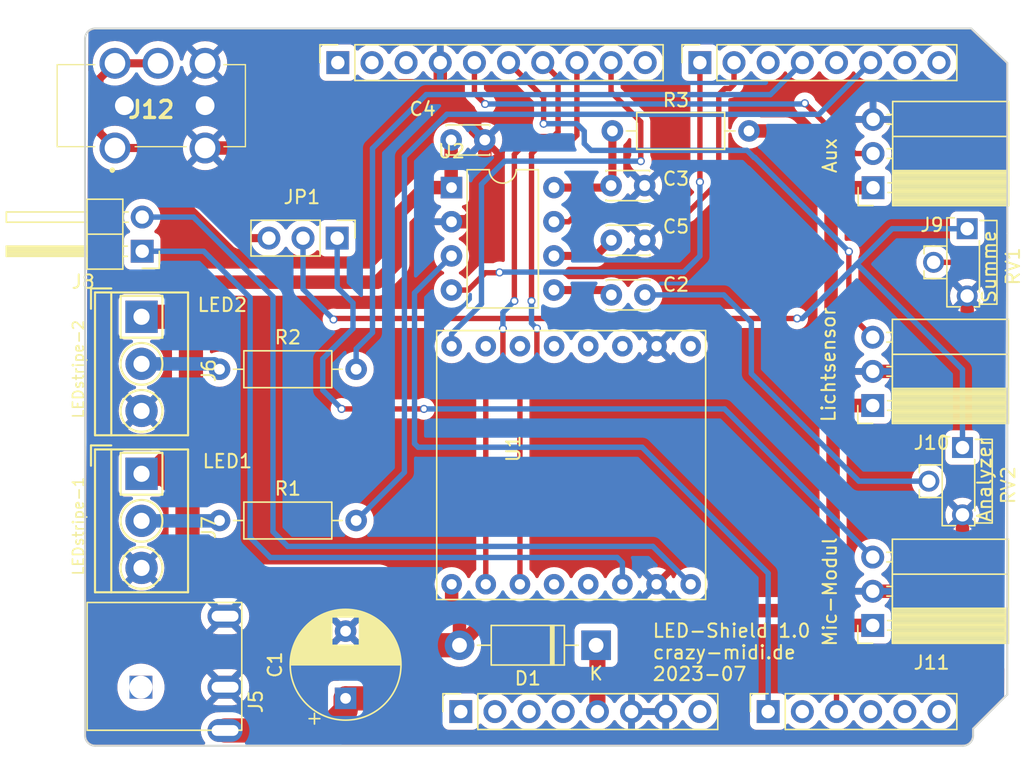
<source format=kicad_pcb>
(kicad_pcb (version 20221018) (generator pcbnew)
  (title_block (date "mar. 31 mars 2015"))
  (layers (0 "F.Cu" signal) (31 "B.Cu" signal) (34 "B.Paste" user) (35 "F.Paste" user) (36 "B.SilkS" user "B.Silkscreen") (37 "F.SilkS" user "F.Silkscreen") (38 "B.Mask" user) (39 "F.Mask" user) (44 "Edge.Cuts" user))
  (net 0 "")
  (net 1 "GND")
  (net 3 "+5V")
  (net 4 "/IOREF")
  (net 5 "/A0")
  (net 6 "/A1")
  (net 7 "/A2")
  (net 8 "/A3")
  (net 11 "/13")
  (net 12 "/12")
  (net 13 "/AREF")
  (net 14 "/8")
  (net 15 "/7")
  (net 16 "/*11")
  (net 17 "/*10")
  (net 18 "/*9")
  (net 19 "/4")
  (net 20 "/2")
  (net 21 "/*6")
  (net 22 "/*5")
  (net 23 "/TX{slash}1")
  (net 24 "/*3")
  (net 25 "/RX{slash}0")
  (net 28 "/~{RESET}")
  (net 29 "Net-(C2-Pad1)")
  (net 30 "Net-(U2-IN)")
  (net 31 "Net-(U2-CKIN)")
  (net 32 "Net-(U2-GND)")
  (net 33 "Net-(J6-Pin_2)")
  (net 34 "Net-(J7-Pin_2)")
  (net 35 "Net-(J8-Pin_1)")
  (net 36 "Net-(J8-Pin_2)")
  (net 37 "Net-(JP1-C)")
  (net 38 "Net-(J11-Pin_3)")
  (net 39 "Net-(D1-K)")
  (net 48 "Net-(J12-2_1)")
  (footprint "Connector_PinSocket_2.54mm:PinSocket_1x08_P2.54mm_Vertical" (layer "F.Cu") (at 127.94 97.46 90)
    (fp_text reference "J1" hide)
    (fp_text value "Power")
    (pad "1" thru_hole rect locked (at 0 0 90) (size 1.7 1.7) (drill 1) (layers "*.Cu" "*.Mask"))
    (pad "2" thru_hole oval locked (at 0 2.54 90) (size 1.7 1.7) (drill 1) (layers "*.Cu" "*.Mask") (net 4 "/IOREF"))
    (pad "3" thru_hole oval locked (at 0 5.08 90) (size 1.7 1.7) (drill 1) (layers "*.Cu" "*.Mask") (net 28 "/~{RESET}"))
    (pad "4" thru_hole oval locked (at 0 7.62 90) (size 1.7 1.7) (drill 1) (layers "*.Cu" "*.Mask"))
    (pad "5" thru_hole oval locked (at 0 10.16 90) (size 1.7 1.7) (drill 1) (layers "*.Cu" "*.Mask") (net 39 "Net-(D1-K)"))
    (pad "6" thru_hole oval locked (at 0 12.7 90) (size 1.7 1.7) (drill 1) (layers "*.Cu" "*.Mask") (net 1 "GND"))
    (pad "7" thru_hole oval locked (at 0 15.24 90) (size 1.7 1.7) (drill 1) (layers "*.Cu" "*.Mask") (net 1 "GND"))
    (pad "8" thru_hole oval locked (at 0 17.78 90) (size 1.7 1.7) (drill 1) (layers "*.Cu" "*.Mask"))
  )
  (footprint "Connector_PinSocket_2.54mm:PinSocket_1x06_P2.54mm_Vertical" (layer "F.Cu") (at 150.8 97.46 90)
    (fp_text reference "J3" hide)
    (fp_text value "Analog")
    (pad "1" thru_hole rect locked (at 0 0 90) (size 1.7 1.7) (drill 1) (layers "*.Cu" "*.Mask") (net 5 "/A0"))
    (pad "2" thru_hole oval locked (at 0 2.54 90) (size 1.7 1.7) (drill 1) (layers "*.Cu" "*.Mask") (net 6 "/A1"))
    (pad "3" thru_hole oval locked (at 0 5.08 90) (size 1.7 1.7) (drill 1) (layers "*.Cu" "*.Mask") (net 7 "/A2"))
    (pad "4" thru_hole oval locked (at 0 7.62 90) (size 1.7 1.7) (drill 1) (layers "*.Cu" "*.Mask") (net 8 "/A3"))
    (pad "5" thru_hole oval locked (at 0 10.16 90) (size 1.7 1.7) (drill 1) (layers "*.Cu" "*.Mask"))
    (pad "6" thru_hole oval locked (at 0 12.7 90) (size 1.7 1.7) (drill 1) (layers "*.Cu" "*.Mask"))
  )
  (footprint "Connector_PinSocket_2.54mm:PinSocket_1x10_P2.54mm_Vertical" (layer "F.Cu") (at 118.796 49.2 90)
    (fp_text reference "J2" hide)
    (fp_text value "Digital/PWM")
    (pad "1" thru_hole rect locked (at 0 0 90) (size 1.7 1.7) (drill 1) (layers "*.Cu" "*.Mask"))
    (pad "2" thru_hole oval locked (at 0 2.54 90) (size 1.7 1.7) (drill 1) (layers "*.Cu" "*.Mask"))
    (pad "3" thru_hole oval locked (at 0 5.08 90) (size 1.7 1.7) (drill 1) (layers "*.Cu" "*.Mask") (net 13 "/AREF"))
    (pad "4" thru_hole oval locked (at 0 7.62 90) (size 1.7 1.7) (drill 1) (layers "*.Cu" "*.Mask") (net 1 "GND"))
    (pad "5" thru_hole oval locked (at 0 10.16 90) (size 1.7 1.7) (drill 1) (layers "*.Cu" "*.Mask") (net 11 "/13"))
    (pad "6" thru_hole oval locked (at 0 12.7 90) (size 1.7 1.7) (drill 1) (layers "*.Cu" "*.Mask") (net 12 "/12"))
    (pad "7" thru_hole oval locked (at 0 15.24 90) (size 1.7 1.7) (drill 1) (layers "*.Cu" "*.Mask") (net 16 "/*11"))
    (pad "8" thru_hole oval locked (at 0 17.78 90) (size 1.7 1.7) (drill 1) (layers "*.Cu" "*.Mask") (net 17 "/*10"))
    (pad "9" thru_hole oval locked (at 0 20.32 90) (size 1.7 1.7) (drill 1) (layers "*.Cu" "*.Mask") (net 18 "/*9"))
    (pad "10" thru_hole oval locked (at 0 22.86 90) (size 1.7 1.7) (drill 1) (layers "*.Cu" "*.Mask") (net 14 "/8"))
  )
  (footprint "Connector_PinSocket_2.54mm:PinSocket_1x08_P2.54mm_Vertical" (layer "F.Cu") (at 145.72 49.2 90)
    (fp_text reference "J4" hide)
    (fp_text value "Digital/PWM")
    (pad "1" thru_hole rect locked (at 0 0 90) (size 1.7 1.7) (drill 1) (layers "*.Cu" "*.Mask") (net 15 "/7"))
    (pad "2" thru_hole oval locked (at 0 2.54 90) (size 1.7 1.7) (drill 1) (layers "*.Cu" "*.Mask") (net 21 "/*6"))
    (pad "3" thru_hole oval locked (at 0 5.08 90) (size 1.7 1.7) (drill 1) (layers "*.Cu" "*.Mask") (net 22 "/*5"))
    (pad "4" thru_hole oval locked (at 0 7.62 90) (size 1.7 1.7) (drill 1) (layers "*.Cu" "*.Mask") (net 19 "/4"))
    (pad "5" thru_hole oval locked (at 0 10.16 90) (size 1.7 1.7) (drill 1) (layers "*.Cu" "*.Mask") (net 24 "/*3"))
    (pad "6" thru_hole oval locked (at 0 12.7 90) (size 1.7 1.7) (drill 1) (layers "*.Cu" "*.Mask") (net 20 "/2"))
    (pad "7" thru_hole oval locked (at 0 15.24 90) (size 1.7 1.7) (drill 1) (layers "*.Cu" "*.Mask") (net 23 "/TX{slash}1"))
    (pad "8" thru_hole oval locked (at 0 17.78 90) (size 1.7 1.7) (drill 1) (layers "*.Cu" "*.Mask") (net 25 "/RX{slash}0"))
  )
  (footprint "Resistor_THT:R_Axial_DIN0207_L6.3mm_D2.5mm_P10.16mm_Horizontal" (layer "F.Cu") (at 110 83.25)
    (fp_text reference "R1" (at 5.08 -2.37) (layer "F.SilkS"))
    (fp_text value "390R")
    (pad "1" thru_hole circle (at 0 0) (size 1.6 1.6) (drill 0.8) (layers "*.Cu" "*.Mask") (net 34 "Net-(J7-Pin_2)"))
    (pad "2" thru_hole oval (at 10.16 0) (size 1.6 1.6) (drill 0.8) (layers "*.Cu" "*.Mask") (net 20 "/2"))
  )
  (footprint "Potentiometer_THT:Potentiometer_Runtron_RM-063_Horizontal" (layer "F.Cu") (at 165.25 77.825 -90)
    (fp_text reference "RV2" (at 2.8 -3.4 90) (layer "F.SilkS"))
    (fp_text value "10k")
    (pad "1" thru_hole rect (at 0 0 270) (size 1.55 1.55) (drill 1) (layers "*.Cu" "*.Mask") (net 37 "Net-(JP1-C)"))
    (pad "2" thru_hole circle (at 2.5 2.5 270) (size 1.55 1.55) (drill 1) (layers "*.Cu" "*.Mask") (net 29 "Net-(C2-Pad1)"))
    (pad "3" thru_hole circle (at 5 0 270) (size 1.55 1.55) (drill 1) (layers "*.Cu" "*.Mask") (net 1 "GND"))
  )
  (footprint "PCB_Terminal_Block_P3.5:PCB_Terminal_Block_3-P3.5" (layer "F.Cu") (at 104.2 79.775 -90)
    (fp_text reference "J7" (at 4 -5 90) (layer "F.SilkS"))
    (fp_text value "LEDstripe-1" (at 3.9 4.7 90) (layer "F.SilkS") (effects (font (size 0.8 0.8) (thickness 0.12))))
    (pad "1" thru_hole rect (at 0 0 270) (size 2.4 2.4) (drill 1.2) (layers "*.Cu" "*.Mask") (net 3 "+5V"))
    (pad "2" thru_hole circle (at 3.5 0 270) (size 2.4 2.4) (drill 1.2) (layers "*.Cu" "*.Mask") (net 34 "Net-(J7-Pin_2)"))
    (pad "3" thru_hole circle (at 7 0 270) (size 2.4 2.4) (drill 1.2) (layers "*.Cu" "*.Mask") (net 1 "GND"))
  )
  (footprint "Connector_PinSocket_2.54mm:PinSocket_1x03_P2.54mm_Horizontal" (layer "F.Cu") (at 158.575 74.7 180)
    (fp_text reference "J10" (at -4.38 -2.77) (layer "F.SilkS"))
    (fp_text value "Licht-Sensor")
    (pad "1" thru_hole rect (at 0 0 180) (size 1.7 1.7) (drill 1) (layers "*.Cu" "*.Mask") (net 3 "+5V"))
    (pad "2" thru_hole oval (at 0 2.54 180) (size 1.7 1.7) (drill 1) (layers "*.Cu" "*.Mask") (net 1 "GND"))
    (pad "3" thru_hole oval (at 0 5.08 180) (size 1.7 1.7) (drill 1) (layers "*.Cu" "*.Mask") (net 12 "/12"))
  )
  (footprint "Connector_PinSocket_2.54mm:PinSocket_1x03_P2.54mm_Horizontal" (layer "F.Cu") (at 158.575 91.05 180)
    (fp_text reference "J11" (at -4.38 -2.77) (layer "F.SilkS"))
    (fp_text value "Mic-Modul")
    (pad "1" thru_hole rect (at 0 0 180) (size 1.7 1.7) (drill 1) (layers "*.Cu" "*.Mask") (net 3 "+5V"))
    (pad "2" thru_hole oval (at 0 2.54 180) (size 1.7 1.7) (drill 1) (layers "*.Cu" "*.Mask") (net 1 "GND"))
    (pad "3" thru_hole oval (at 0 5.08 180) (size 1.7 1.7) (drill 1) (layers "*.Cu" "*.Mask") (net 38 "Net-(J11-Pin_3)"))
  )
  (footprint "Resistor_THT:R_Axial_DIN0207_L6.3mm_D2.5mm_P10.16mm_Horizontal" (layer "F.Cu") (at 110 72)
    (fp_text reference "R2" (at 5.08 -2.37) (layer "F.SilkS"))
    (fp_text value "390R")
    (pad "1" thru_hole circle (at 0 0) (size 1.6 1.6) (drill 0.8) (layers "*.Cu" "*.Mask") (net 33 "Net-(J6-Pin_2)"))
    (pad "2" thru_hole oval (at 10.16 0) (size 1.6 1.6) (drill 0.8) (layers "*.Cu" "*.Mask") (net 19 "/4"))
  )
  (footprint "Resistor_THT:R_Axial_DIN0207_L6.3mm_D2.5mm_P10.16mm_Horizontal" (layer "F.Cu") (at 139.215 54.28)
    (fp_text reference "R3" (at 4.727 -2.286) (layer "F.SilkS"))
    (fp_text value "200k")
    (pad "1" thru_hole circle (at 0 0) (size 1.6 1.6) (drill 0.8) (layers "*.Cu" "*.Mask") (net 31 "Net-(U2-CKIN)"))
    (pad "2" thru_hole oval (at 10.16 0) (size 1.6 1.6) (drill 0.8) (layers "*.Cu" "*.Mask") (net 3 "+5V"))
  )
  (footprint "MeineModule:DFR0299" (layer "F.Cu") (at 136.15 79.125 90)
    (fp_text reference "U1" (at 1.2192 -4.2954 90 unlocked) (layer "F.SilkS"))
    (fp_text value "DFPLAYER_MINI")
    (pad "1" thru_hole circle (at -8.8646 -8.89 90) (size 1.524 1.524) (drill 0.762) (layers "*.Cu" "*.Mask") (net 3 "+5V"))
    (pad "2" thru_hole circle (at -8.8646 -6.35 90) (size 1.524 1.524) (drill 0.762) (layers "*.Cu" "*.Mask") (net 16 "/*11"))
    (pad "3" thru_hole circle (at -8.8646 -3.81 90) (size 1.524 1.524) (drill 0.762) (layers "*.Cu" "*.Mask") (net 17 "/*10"))
    (pad "4" thru_hole circle (at -8.8646 -1.27 90) (size 1.524 1.524) (drill 0.762) (layers "*.Cu" "*.Mask"))
    (pad "5" thru_hole circle (at -8.8646 1.27 90) (size 1.524 1.524) (drill 0.762) (layers "*.Cu" "*.Mask"))
    (pad "6" thru_hole circle (at -8.8646 3.81 90) (size 1.524 1.524) (drill 0.762) (layers "*.Cu" "*.Mask") (net 35 "Net-(J8-Pin_1)"))
    (pad "7" thru_hole circle (at -8.8646 6.35 90) (size 1.524 1.524) (drill 0.762) (layers "*.Cu" "*.Mask") (net 1 "GND"))
    (pad "8" thru_hole circle (at -8.8646 8.89 90) (size 1.524 1.524) (drill 0.762) (layers "*.Cu" "*.Mask") (net 36 "Net-(J8-Pin_2)"))
    (pad "9" thru_hole circle (at 8.8392 8.89 90) (size 1.524 1.524) (drill 0.762) (layers "*.Cu" "*.Mask"))
    (pad "10" thru_hole circle (at 8.8392 6.35 90) (size 1.524 1.524) (drill 0.762) (layers "*.Cu" "*.Mask") (net 1 "GND"))
    (pad "11" thru_hole circle (at 8.8392 3.81 90) (size 1.524 1.524) (drill 0.762) (layers "*.Cu" "*.Mask"))
    (pad "12" thru_hole circle (at 8.8392 1.27 90) (size 1.524 1.524) (drill 0.762) (layers "*.Cu" "*.Mask"))
    (pad "13" thru_hole circle (at 8.8392 -1.27 90) (size 1.524 1.524) (drill 0.762) (layers "*.Cu" "*.Mask"))
    (pad "14" thru_hole circle (at 8.8392 -3.81 90) (size 1.524 1.524) (drill 0.762) (layers "*.Cu" "*.Mask"))
    (pad "15" thru_hole circle (at 8.8392 -6.35 90) (size 1.524 1.524) (drill 0.762) (layers "*.Cu" "*.Mask"))
    (pad "16" thru_hole circle (at 8.8392 -8.89 90) (size 1.524 1.524) (drill 0.762) (layers "*.Cu" "*.Mask") (net 18 "/*9"))
  )
  (footprint "PJ-313-2:PJ313" (layer "F.Cu") (at 104.925 52.7)
    (fp_text reference "J12" (at 0 0) (layer "F.SilkS") (effects (font (size 1.27 1.27) (thickness 0.254))))
    (fp_text value "Audio-In" hide)
    (pad "" np_thru_hole circle (at -2 -0.301) (size 1.4 1.4) (drill 1.4) (layers "*.Cu" "*.Mask"))
    (pad "" np_thru_hole circle (at 4 -0.301) (size 1.4 1.4) (drill 1.4) (layers "*.Cu" "*.Mask"))
    (pad "1" thru_hole circle (at -2.7 2.849) (size 2.295 2.295) (drill 1.53) (layers "*.Cu" "*.Mask") (net 48 "Net-(J12-2_1)"))
    (pad "2" thru_hole circle (at -2.7 -3.451) (size 2.295 2.295) (drill 1.53) (layers "*.Cu" "*.Mask") (net 48 "Net-(J12-2_1)"))
    (pad "3" thru_hole circle (at 0.5 -3.451) (size 2.295 2.295) (drill 1.53) (layers "*.Cu" "*.Mask") (net 48 "Net-(J12-2_1)"))
    (pad "4" thru_hole circle (at 4 -3.451) (size 2.295 2.295) (drill 1.53) (layers "*.Cu" "*.Mask") (net 1 "GND"))
    (pad "5" thru_hole circle (at 4 2.849) (size 2.295 2.295) (drill 1.53) (layers "*.Cu" "*.Mask") (net 1 "GND"))
  )
  (footprint "Connector_PinHeader_2.54mm:PinHeader_1x02_P2.54mm_Horizontal" (layer "F.Cu") (at 104.25 63.225 180)
    (fp_text reference "J8" (at 4.385 -2.27) (layer "F.SilkS"))
    (fp_text value "Speaker")
    (pad "1" thru_hole rect (at 0 0 180) (size 1.7 1.7) (drill 1) (layers "*.Cu" "*.Mask") (net 35 "Net-(J8-Pin_1)"))
    (pad "2" thru_hole oval (at 0 2.54 180) (size 1.7 1.7) (drill 1) (layers "*.Cu" "*.Mask") (net 36 "Net-(J8-Pin_2)"))
  )
  (footprint "Capacitor_THT:C_Disc_D3.0mm_W2.0mm_P2.50mm" (layer "F.Cu") (at 129.725 54.95 180)
    (fp_text reference "C4" (at 4.625 2.3) (layer "F.SilkS"))
    (fp_text value "100n")
    (pad "1" thru_hole circle (at 0 0 180) (size 1.6 1.6) (drill 0.8) (layers "*.Cu" "*.Mask") (net 1 "GND"))
    (pad "2" thru_hole circle (at 2.5 0 180) (size 1.6 1.6) (drill 0.8) (layers "*.Cu" "*.Mask") (net 3 "+5V"))
  )
  (footprint "Capacitor_THT:C_Disc_D3.0mm_W2.0mm_P2.50mm" (layer "F.Cu") (at 139.116 58.344)
    (fp_text reference "C3" (at 4.826 -0.508) (layer "F.SilkS"))
    (fp_text value "33p")
    (pad "1" thru_hole circle (at 0 0) (size 1.6 1.6) (drill 0.8) (layers "*.Cu" "*.Mask") (net 31 "Net-(U2-CKIN)"))
    (pad "2" thru_hole circle (at 2.5 0) (size 1.6 1.6) (drill 0.8) (layers "*.Cu" "*.Mask") (net 1 "GND"))
  )
  (footprint "Capacitor_THT:CP_Radial_D8.0mm_P5.00mm" (layer "F.Cu") (at 119.375 96.475 90)
    (fp_text reference "C1" (at 2.5 -5.25 90) (layer "F.SilkS"))
    (fp_text value "1000µF")
    (pad "1" thru_hole rect (at 0 0 90) (size 1.6 1.6) (drill 0.8) (layers "*.Cu" "*.Mask") (net 3 "+5V"))
    (pad "2" thru_hole circle (at 5 0 90) (size 1.6 1.6) (drill 0.8) (layers "*.Cu" "*.Mask") (net 1 "GND"))
  )
  (footprint "Potentiometer_THT:Potentiometer_Runtron_RM-063_Horizontal" (layer "F.Cu") (at 165.6 61.55 -90)
    (fp_text reference "RV1" (at 2.8 -3.4 90) (layer "F.SilkS"))
    (fp_text value "10k")
    (pad "1" thru_hole rect (at 0 0 270) (size 1.55 1.55) (drill 1) (layers "*.Cu" "*.Mask") (net 37 "Net-(JP1-C)"))
    (pad "2" thru_hole circle (at 2.5 2.5 270) (size 1.55 1.55) (drill 1) (layers "*.Cu" "*.Mask") (net 7 "/A2"))
    (pad "3" thru_hole circle (at 5 0 270) (size 1.55 1.55) (drill 1) (layers "*.Cu" "*.Mask") (net 1 "GND"))
  )
  (footprint "Diode_THT:D_DO-41_SOD81_P10.16mm_Horizontal" (layer "F.Cu") (at 138.005 92.525 180)
    (fp_text reference "D1" (at 5.08 -2.47) (layer "F.SilkS"))
    (fp_text value "1N5817")
    (fp_text user "K" (at 0 -2.1) (layer "F.SilkS"))
    (pad "1" thru_hole rect (at 0 0 180) (size 2.2 2.2) (drill 1.1) (layers "*.Cu" "*.Mask") (net 39 "Net-(D1-K)"))
    (pad "2" thru_hole oval (at 10.16 0 180) (size 2.2 2.2) (drill 1.1) (layers "*.Cu" "*.Mask") (net 3 "+5V"))
  )
  (footprint "Capacitor_THT:C_Disc_D3.0mm_W2.0mm_P2.50mm" (layer "F.Cu") (at 141.636 66.472 180)
    (fp_text reference "C2" (at -2.306 0.762) (layer "F.SilkS"))
    (fp_text value "10n")
    (pad "1" thru_hole circle (at 0 0 180) (size 1.6 1.6) (drill 0.8) (layers "*.Cu" "*.Mask") (net 29 "Net-(C2-Pad1)"))
    (pad "2" thru_hole circle (at 2.5 0 180) (size 1.6 1.6) (drill 0.8) (layers "*.Cu" "*.Mask") (net 30 "Net-(U2-IN)"))
  )
  (footprint "Package_DIP:DIP-8_W7.62mm" (layer "F.Cu") (at 127.25 58.492)
    (fp_text reference "U2" (at 0 -2.7) (layer "F.SilkS"))
    (fp_text value "MSGEQ7")
    (pad "1" thru_hole rect (at 0 0) (size 1.6 1.6) (drill 0.8) (layers "*.Cu" "*.Mask") (net 3 "+5V"))
    (pad "2" thru_hole oval (at 0 2.54) (size 1.6 1.6) (drill 0.8) (layers "*.Cu" "*.Mask") (net 1 "GND"))
    (pad "3" thru_hole oval (at 0 5.08) (size 1.6 1.6) (drill 0.8) (layers "*.Cu" "*.Mask") (net 5 "/A0"))
    (pad "4" thru_hole oval (at 0 7.62) (size 1.6 1.6) (drill 0.8) (layers "*.Cu" "*.Mask") (net 15 "/7"))
    (pad "5" thru_hole oval (at 7.62 7.62) (size 1.6 1.6) (drill 0.8) (layers "*.Cu" "*.Mask") (net 30 "Net-(U2-IN)"))
    (pad "6" thru_hole oval (at 7.62 5.08) (size 1.6 1.6) (drill 0.8) (layers "*.Cu" "*.Mask") (net 32 "Net-(U2-GND)"))
    (pad "7" thru_hole oval (at 7.62 2.54) (size 1.6 1.6) (drill 0.8) (layers "*.Cu" "*.Mask") (net 21 "/*6"))
    (pad "8" thru_hole oval (at 7.62 0) (size 1.6 1.6) (drill 0.8) (layers "*.Cu" "*.Mask") (net 31 "Net-(U2-CKIN)"))
  )
  (footprint "MeineModule:DC-Buchse" (layer "F.Cu") (at 111.655 98.8468 90)
    (fp_text reference "J5" (at 2.1336 1.0414 90 unlocked) (layer "F.SilkS"))
    (fp_text value "5VPower")
    (pad "" np_thru_hole rect (at 3.2 -7.5 90) (size 1.7 1.7) (drill 2.5) (layers "F&B.Cu" "*.Mask"))
    (pad "1" thru_hole oval (at -0.0164 -1.2446 180) (size 2.6 1.7) (drill oval 2 0.8) (layers "*.Cu" "*.Mask") (net 3 "+5V"))
    (pad "2" thru_hole oval (at 8.4836 -1.2446 180) (size 2.6 1.7) (drill oval 2 0.8) (layers "*.Cu" "*.Mask") (net 1 "GND"))
    (pad "3" thru_hole oval (at 3.2 -1.2446 180) (size 2.6 1.7) (drill oval 2 0.8) (layers "*.Cu" "*.Mask") (net 1 "GND"))
  )
  (footprint "PCB_Terminal_Block_P3.5:PCB_Terminal_Block_3-P3.5" (layer "F.Cu") (at 104.2 68.1 -90)
    (fp_text reference "J6" (at 4 -5 90) (layer "F.SilkS"))
    (fp_text value "LEDstripe-2" (at 3.9 4.7 90) (layer "F.SilkS") (effects (font (size 0.8 0.8) (thickness 0.12))))
    (pad "1" thru_hole rect (at 0 0 270) (size 2.4 2.4) (drill 1.2) (layers "*.Cu" "*.Mask") (net 3 "+5V"))
    (pad "2" thru_hole circle (at 3.5 0 270) (size 2.4 2.4) (drill 1.2) (layers "*.Cu" "*.Mask") (net 33 "Net-(J6-Pin_2)"))
    (pad "3" thru_hole circle (at 7 0 270) (size 2.4 2.4) (drill 1.2) (layers "*.Cu" "*.Mask") (net 1 "GND"))
  )
  (footprint "Connector_PinHeader_2.54mm:PinHeader_1x03_P2.54mm_Vertical" (layer "F.Cu") (at 118.75 62.25 -90)
    (fp_text reference "JP1" (at -3.05 2.625) (layer "F.SilkS"))
    (fp_text value "Source")
    (pad "1" thru_hole rect (at 0 0 270) (size 1.7 1.7) (drill 1) (layers "*.Cu" "*.Mask") (net 38 "Net-(J11-Pin_3)"))
    (pad "2" thru_hole oval (at 0 2.54 270) (size 1.7 1.7) (drill 1) (layers "*.Cu" "*.Mask") (net 37 "Net-(JP1-C)"))
    (pad "3" thru_hole oval (at 0 5.08 270) (size 1.7 1.7) (drill 1) (layers "*.Cu" "*.Mask") (net 48 "Net-(J12-2_1)"))
  )
  (footprint "Connector_PinSocket_2.54mm:PinSocket_1x03_P2.54mm_Horizontal" (layer "F.Cu") (at 158.6 58.5 180)
    (fp_text reference "J9" (at -4.38 -2.77) (layer "F.SilkS"))
    (fp_text value "AUX")
    (pad "1" thru_hole rect (at 0 0 180) (size 1.7 1.7) (drill 1) (layers "*.Cu" "*.Mask") (net 3 "+5V"))
    (pad "2" thru_hole oval (at 0 2.54 180) (size 1.7 1.7) (drill 1) (layers "*.Cu" "*.Mask") (net 11 "/13"))
    (pad "3" thru_hole oval (at 0 5.08 180) (size 1.7 1.7) (drill 1) (layers "*.Cu" "*.Mask") (net 1 "GND"))
  )
  (footprint "Capacitor_THT:C_Disc_D3.0mm_W2.0mm_P2.50mm" (layer "F.Cu") (at 139.136 62.408)
    (fp_text reference "C5" (at 4.806 -1.016) (layer "F.SilkS"))
    (fp_text value "100n")
    (pad "1" thru_hole circle (at 0 0) (size 1.6 1.6) (drill 0.8) (layers "*.Cu" "*.Mask") (net 32 "Net-(U2-GND)"))
    (pad "2" thru_hole circle (at 2.5 0) (size 1.6 1.6) (drill 0.8) (layers "*.Cu" "*.Mask") (net 1 "GND"))
  )
  (gr_line (start 100 99.238) (end 100 47.422) (stroke (width 0.15)) (layer "Edge.Cuts"))
  (gr_line (start 165.9 46.66) (end 168.58 49.225) (stroke (width 0.15)) (layer "Edge.Cuts"))
  (gr_line (start 168.58 61.9) (end 168.58 96.19) (stroke (width 0.15)) (layer "Edge.Cuts"))
  (gr_line (start 165.278 100) (end 100.762 100) (stroke (width 0.15)) (layer "Edge.Cuts"))
  (gr_line (start 100.762 46.66) (end 163.5 46.66) (stroke (width 0.15)) (layer "Edge.Cuts"))
  (gr_arc (start 100.762 100) (mid 100.223185 99.776815) (end 100 99.238) (stroke (width 0.15)) (layer "Edge.Cuts"))
  (gr_line (start 168.58 96.19) (end 166.04 98.73) (stroke (width 0.15)) (layer "Edge.Cuts"))
  (gr_line (start 168.58 61.9) (end 168.58 49.225) (stroke (width 0.15)) (layer "Edge.Cuts"))
  (gr_arc (start 166.04 99.238) (mid 165.816815 99.776815) (end 165.278 100) (stroke (width 0.15)) (layer "Edge.Cuts"))
  (gr_line (start 166.04 98.73) (end 166.04 99.238) (stroke (width 0.15)) (layer "Edge.Cuts"))
  (gr_arc (start 100 47.422) (mid 100.223185 46.883185) (end 100.762 46.66) (stroke (width 0.15)) (layer "Edge.Cuts"))
  (gr_line (start 165.9 46.66) (end 163.5 46.66) (stroke (width 0.15)) (layer "Edge.Cuts"))
  (gr_text "Mic-Modul\n" (at 155.975 92.7 90) (layer "F.SilkS") (effects (font (size 1 1)) (justify left bottom)))
  (gr_text "Aux" (at 155.975 57.5 90) (layer "F.SilkS") (effects (font (size 1 1)) (justify left bottom)))
  (gr_text "Analyzer\n" (at 167.46 83.435 90) (layer "F.SilkS") (effects (font (size 1 1)) (justify left bottom)))
  (gr_text "Summe" (at 167.81 67.16 90) (layer "F.SilkS") (effects (font (size 1 1)) (justify left bottom)))
  (gr_text "LED1" (at 108.65 79.425) (layer "F.SilkS") (effects (font (size 1 1)) (justify left bottom)))
  (gr_text "LED2" (at 108.275 67.8) (layer "F.SilkS") (effects (font (size 1 1)) (justify left bottom)))
  (gr_text "LED-Shield 1.0\ncrazy-midi.de\n2023-07" (at 142.125 95.25) (layer "F.SilkS") (effects (font (size 1 1)) (justify left bottom)))
  (gr_text "Lichtsensor\n" (at 155.875 76.025 90) (layer "F.SilkS") (effects (font (size 1 1)) (justify left bottom)))
  (segment (start 164.81 72.16) (end 158.575 72.16) (width 1) (layer "F.Cu") (net 1))
  (segment (start 129.725 54.95) (end 128.975 54.2) (width 1) (layer "F.Cu") (net 1))
  (segment (start 165.25 88) (end 164.7 88.55) (width 1) (layer "F.Cu") (net 1))
  (segment (start 129.725 59.725) (end 129.725 54.95) (width 1) (layer "F.Cu") (net 1))
  (segment (start 122.759 50.916) (end 118.126 55.549) (width 1) (layer "F.Cu") (net 1))
  (segment (start 164.66 88.51) (end 158.575 88.51) (width 1) (layer "F.Cu") (net 1))
  (segment (start 118.126 55.549) (end 108.925 55.549) (width 1) (layer "F.Cu") (net 1))
  (segment (start 165.25 82.825) (end 165.25 88) (width 1) (layer "F.Cu") (net 1))
  (segment (start 165.6 71.4) (end 164.825 72.175) (width 1) (layer "F.Cu") (net 1))
  (segment (start 128.418 61.032) (end 129.725 59.725) (width 1) (layer "F.Cu") (net 1))
  (segment (start 165.6 66.55) (end 165.6 71.4) (width 1) (layer "F.Cu") (net 1))
  (segment (start 126.416 50.916) (end 126.416 49.2) (width 1) (layer "F.Cu") (net 1))
  (segment (start 164.7 88.55) (end 164.66 88.51) (width 1) (layer "F.Cu") (net 1))
  (segment (start 164.825 72.175) (end 164.81 72.16) (width 1) (layer "F.Cu") (net 1))
  (segment (start 127.25 61.032) (end 128.418 61.032) (width 1) (layer "F.Cu") (net 1))
  (segment (start 128.975 54.2) (end 128.975 53.475) (width 1) (layer "F.Cu") (net 1))
  (segment (start 128.975 53.475) (end 126.416 50.916) (width 1) (layer "F.Cu") (net 1))
  (segment (start 126.416 50.916) (end 122.759 50.916) (width 1) (layer "F.Cu") (net 1))
  (segment (start 124.175 93.85) (end 124.325 94) (width 1.5) (layer "F.Cu") (net 3))
  (segment (start 107.62 81.458) (end 107.62 85.875) (width 1.8) (layer "F.Cu") (net 3))
  (segment (start 119.375 96.475) (end 119.375 97.375) (width 1.8) (layer "F.Cu") (net 3))
  (segment (start 156.225 91.05) (end 158.575 91.05) (width 1) (layer "F.Cu") (net 3))
  (segment (start 155.475 73.175) (end 155.475 70.5) (width 1) (layer "F.Cu") (net 3))
  (segment (start 108.975 87.925) (end 121.8 87.925) (width 1.8) (layer "F.Cu") (net 3))
  (segment (start 121.8 87.925) (end 124.175 90.3) (width 1.8) (layer "F.Cu") (net 3))
  (segment (start 127.225 58.467) (end 127.25 58.492) (width 1) (layer "F.Cu") (net 3))
  (segment (start 152.07 54.28) (end 156.29 58.5) (width 1) (layer "F.Cu") (net 3))
  (segment (start 107.62 85.875) (end 107.62 86.65) (width 1.8) (layer "F.Cu") (net 3))
  (segment (start 124.175 90.3) (end 124.175 93.85) (width 1.8) (layer "F.Cu") (net 3))
  (segment (start 125.8 92.525) (end 124.325 94) (width 1.8) (layer "F.Cu") (net 3))
  (segment (start 124.325 94) (end 121.85 96.475) (width 1.8) (layer "F.Cu") (net 3))
  (segment (start 105.239 79.775) (end 107.874 77.14) (width 1.8) (layer "F.Cu") (net 3))
  (segment (start 106.75 68.1) (end 104.2 68.1) (width 1.8) (layer "F.Cu") (net 3))
  (segment (start 121.7495 65.5145) (end 123.114 64.15) (width 1) (layer "F.Cu") (net 3))
  (segment (start 107.62 85.875) (end 107.62 86.57) (width 1.8) (layer "F.Cu") (net 3))
  (segment (start 156.85 74.7) (end 155.625 75.925) (width 1) (layer "F.Cu") (net 3))
  (segment (start 117.8868 98.8632) (end 110.4104 98.8632) (width 1.8) (layer "F.Cu") (net 3))
  (segment (start 127.845 92.525) (end 125.8 92.525) (width 1.8) (layer "F.Cu") (net 3))
  (segment (start 155.625 82.975) (end 155.625 89.95) (width 1) (layer "F.Cu") (net 3))
  (segment (start 156.29 58.5) (end 158.6 58.5) (width 1) (layer "F.Cu") (net 3))
  (segment (start 104.2 79.775) (end 105.239 79.775) (width 1.8) (layer "F.Cu") (net 3))
  (segment (start 155.625 89.95) (end 155.625 90.45) (width 1) (layer "F.Cu") (net 3))
  (segment (start 107.874 69.124) (end 106.8 68.05) (width 1.8) (layer "F.Cu") (net 3))
  (segment (start 127.845 90.47) (end 127.26 89.885) (width 1) (layer "F.Cu") (net 3))
  (segment (start 108.125 65.525) (end 106.8 66.85) (width 1) (layer "F.Cu") (net 3))
  (segment (start 127.225 54.95) (end 127.225 58.467) (width 1) (layer "F.Cu") (net 3))
  (segment (start 127.26 89.885) (end 127.26 87.9896) (width 1) (layer "F.Cu") (net 3))
  (segment (start 105.937 79.775) (end 107.62 81.458) (width 1.8) (layer "F.Cu") (net 3))
  (segment (start 157 74.7) (end 155.475 73.175) (width 1) (layer "F.Cu") (net 3))
  (segment (start 125.252 58.492) (end 123.114 60.63) (width 1) (layer "F.Cu") (net 3))
  (segment (start 158.575 74.7) (end 157 74.7) (width 1) (layer "F.Cu") (net 3))
  (segment (start 121.7495 65.525) (end 108.125 65.525) (width 1) (layer "F.Cu") (net 3))
  (segment (start 149.375 54.28) (end 152.07 54.28) (width 1) (layer "F.Cu") (net 3))
  (segment (start 107.62 86.57) (end 108.975 87.925) (width 1.8) (layer "F.Cu") (net 3))
  (segment (start 106.8 68.05) (end 106.75 68.1) (width 1.8) (layer "F.Cu") (net 3))
  (segment (start 104.2 79.775) (end 105.937 79.775) (width 1.8) (layer "F.Cu") (net 3))
  (segment (start 121.7495 65.525) (end 121.7495 65.5145) (width 1) (layer "F.Cu") (net 3))
  (segment (start 106.8 66.85) (end 106.8 68.05) (width 1.2) (layer "F.Cu") (net 3))
  (segment (start 155.625 90.45) (end 156.225 91.05) (width 1) (layer "F.Cu") (net 3))
  (segment (start 158.575 74.7) (end 156.85 74.7) (width 1) (layer "F.Cu") (net 3))
  (segment (start 123.114 60.63) (end 123.114 64.15) (width 1) (layer "F.Cu") (net 3))
  (segment (start 130.42 89.95) (end 155.625 89.95) (width 1) (layer "F.Cu") (net 3))
  (segment (start 155.475 59.315) (end 156.29 58.5) (width 1) (layer "F.Cu") (net 3))
  (segment (start 155.475 70.5) (end 155.475 59.315) (width 1) (layer "F.Cu") (net 3))
  (segment (start 127.845 92.525) (end 130.42 89.95) (width 1) (layer "F.Cu") (net 3))
  (segment (start 127.25 58.492) (end 125.252 58.492) (width 1) (layer "F.Cu") (net 3))
  (segment (start 119.375 97.375) (end 117.8868 98.8632) (width 1.8) (layer "F.Cu") (net 3))
  (segment (start 127.845 92.525) (end 127.845 90.47) (width 1) (layer "F.Cu") (net 3))
  (segment (start 155.625 75.925) (end 155.625 82.975) (width 1) (layer "F.Cu") (net 3))
  (segment (start 121.85 96.475) (end 119.375 96.475) (width 1.8) (layer "F.Cu") (net 3))
  (segment (start 107.874 77.14) (end 107.874 69.124) (width 1.8) (layer "F.Cu") (net 3))
  (segment (start 127.25 63.572) (end 124.5 66.322) (width 0.4) (layer "B.Cu") (net 5))
  (segment (start 124.5 66.322) (end 124.5 77.525) (width 0.4) (layer "B.Cu") (net 5))
  (segment (start 124.775 77.8) (end 141.425 77.8) (width 0.4) (layer "B.Cu") (net 5))
  (segment (start 141.425 77.8) (end 150.8 87.175) (width 0.4) (layer "B.Cu") (net 5))
  (segment (start 150.8 87.175) (end 150.8 97.46) (width 0.4) (layer "B.Cu") (net 5))
  (segment (start 124.5 77.525) (end 124.775 77.8) (width 0.4) (layer "B.Cu") (net 5))
  (segment (start 166.925 94.4) (end 167.675 93.65) (width 0.4) (layer "F.Cu") (net 7))
  (segment (start 167.675 93.65) (end 167.675 65.225) (width 0.4) (layer "F.Cu") (net 7))
  (segment (start 155.88 97.46) (end 155.88 95.895) (width 0.4) (layer "F.Cu") (net 7))
  (segment (start 155.88 95.895) (end 157.375 94.4) (width 0.4) (layer "F.Cu") (net 7))
  (segment (start 167.675 65.225) (end 166.5 64.05) (width 0.4) (layer "F.Cu") (net 7))
  (segment (start 157.375 94.4) (end 166.925 94.4) (width 0.4) (layer "F.Cu") (net 7))
  (segment (start 166.5 64.05) (end 163.1 64.05) (width 0.4) (layer "F.Cu") (net 7))
  (segment (start 128.956 49.2) (end 128.956 51.4805) (width 0.4) (layer "F.Cu") (net 11))
  (segment (start 153.525 52.225) (end 157.26 55.96) (width 0.4) (layer "F.Cu") (net 11))
  (segment (start 128.956 51.4805) (end 129.75 52.2745) (width 0.4) (layer "F.Cu") (net 11))
  (segment (start 157.26 55.96) (end 158.6 55.96) (width 0.4) (layer "F.Cu") (net 11))
  (via (at 129.75 52.2745) (size 0.6) (drill 0.4) (layers "F.Cu" "B.Cu") (net 11))
  (via (at 153.525 52.225) (size 0.6) (drill 0.4) (layers "F.Cu" "B.Cu") (net 11))
  (segment (start 129.75 52.2745) (end 153.4755 52.2745) (width 0.4) (layer "B.Cu") (net 11))
  (segment (start 153.4755 52.2745) (end 153.525 52.225) (width 0.4) (layer "B.Cu") (net 11))
  (segment (start 134.1 51.804) (end 134.1 53.7415) (width 0.4) (layer "F.Cu") (net 12))
  (segment (start 156.8 67.845) (end 158.575 69.62) (width 0.4) (layer "F.Cu") (net 12))
  (segment (start 156.8 63.25) (end 156.8 67.845) (width 0.4) (layer "F.Cu") (net 12))
  (segment (start 131.496 49.2) (end 134.1 51.804) (width 0.4) (layer "F.Cu") (net 12))
  (via (at 156.8 63.25) (size 0.6) (drill 0.4) (layers "F.Cu" "B.Cu") (net 12))
  (via (at 134.1 53.7415) (size 0.6) (drill 0.4) (layers "F.Cu" "B.Cu") (net 12))
  (segment (start 149.8 56.25) (end 149.75 56.25) (width 0.4) (layer "B.Cu") (net 12))
  (segment (start 137.625 55.725) (end 149.225 55.725) (width 0.4) (layer "B.Cu") (net 12))
  (segment (start 149.225 55.725) (end 149.75 56.25) (width 0.4) (layer "B.Cu") (net 12))
  (segment (start 134.1 53.7415) (end 136.5665 53.7415) (width 0.4) (layer "B.Cu") (net 12))
  (segment (start 137.125 55.225) (end 137.625 55.725) (width 0.4) (layer "B.Cu") (net 12))
  (segment (start 149.8 56.25) (end 156.8 63.25) (width 0.4) (layer "B.Cu") (net 12))
  (segment (start 136.5665 53.7415) (end 137.125 54.3) (width 0.4) (layer "B.Cu") (net 12))
  (segment (start 137.125 54.3) (end 137.125 55.225) (width 0.4) (layer "B.Cu") (net 12))
  (segment (start 145.72 49.2) (end 145.725 49.195) (width 0.4) (layer "F.Cu") (net 15))
  (segment (start 145.725 49.195) (end 145.725 58.075) (width 0.4) (layer "F.Cu") (net 15))
  (segment (start 128.488 66.112) (end 129.775 64.825) (width 0.4) (layer "F.Cu") (net 15))
  (segment (start 130.775 64.825) (end 129.775 64.825) (width 0.4) (layer "F.Cu") (net 15))
  (segment (start 130.8 64.825) (end 130.775 64.825) (width 0.4) (layer "F.Cu") (net 15))
  (segment (start 130.825 64.8) (end 130.8 64.825) (width 0.4) (layer "F.Cu") (net 15))
  (segment (start 127.25 66.112) (end 128.488 66.112) (width 0.4) (layer "F.Cu") (net 15))
  (via (at 130.825 64.8) (size 0.6) (drill 0.4) (layers "F.Cu" "B.Cu") (net 15))
  (via (at 145.725 58.075) (size 0.6) (drill 0.4) (layers "F.Cu" "B.Cu") (net 15))
  (segment (start 145.725 63.575) (end 144.525 64.775) (width 0.4) (layer "B.Cu") (net 15))
  (segment (start 145.725 58.075) (end 145.725 63.575) (width 0.4) (layer "B.Cu") (net 15))
  (segment (start 144.525 64.775) (end 130.85 64.775) (width 0.4) (layer "B.Cu") (net 15))
  (segment (start 130.85 64.775) (end 130.825 64.8) (width 0.4) (layer "B.Cu") (net 15))
  (segment (start 134.825 54.7) (end 135.175 54.35) (width 0.4) (layer "F.Cu") (net 16))
  (segment (start 131.925 66.925) (end 131.925 56.025) (width 0.4) (layer "F.Cu") (net 16))
  (segment (start 133.25 54.7) (end 134.825 54.7) (width 0.4) (layer "F.Cu") (net 16))
  (segment (start 131.075 71.6) (end 131.075 69) (width 0.4) (layer "F.Cu") (net 16))
  (segment (start 129.8 87.9896) (end 129.8 72.875) (width 0.4) (layer "F.Cu") (net 16))
  (segment (start 131.925 56.025) (end 133.25 54.7) (width 0.4) (layer "F.Cu") (net 16))
  (segment (start 135.175 50.339) (end 134.036 49.2) (width 0.4) (layer "F.Cu") (net 16))
  (segment (start 135.175 54.35) (end 135.175 50.339) (width 0.4) (layer "F.Cu") (net 16))
  (segment (start 129.8 72.875) (end 131.075 71.6) (width 0.4) (layer "F.Cu") (net 16))
  (via (at 131.075 69) (size 0.6) (drill 0.4) (layers "F.Cu" "B.Cu") (net 16))
  (via (at 131.925 66.925) (size 0.6) (drill 0.4) (layers "F.Cu" "B.Cu") (net 16))
  (segment (start 131.075 69) (end 131.075 67.775) (width 0.4) (layer "B.Cu") (net 16))
  (segment (start 131.075 67.775) (end 131.925 66.925) (width 0.4) (layer "B.Cu") (net 16))
  (segment (start 132.34 87.9896) (end 132.34 72.435) (width 0.4) (layer "F.Cu") (net 17))
  (segment (start 133.6 71.175) (end 133.6 68.975) (width 0.4) (layer "F.Cu") (net 17))
  (segment (start 133.2 66.925) (end 133.2 55.975) (width 0.4) (layer "F.Cu") (net 17))
  (segment (start 136.576 54.599) (end 136.576 50.649) (width 0.4) (layer "F.Cu") (net 17))
  (segment (start 132.34 72.435) (end 133.6 71.175) (width 0.4) (layer "F.Cu") (net 17))
  (segment (start 135.675 55.5) (end 133.675 55.5) (width 0.4) (layer "F.Cu") (net 17))
  (segment (start 136.576 49.2) (end 136.576 50.649) (width 0.4) (layer "F.Cu") (net 17))
  (segment (start 133.675 55.5) (end 133.2 55.975) (width 0.4) (layer "F.Cu") (net 17))
  (segment (start 135.675 55.5) (end 136.576 54.599) (width 0.4) (layer "F.Cu") (net 17))
  (via (at 133.2 66.925) (size 0.6) (drill 0.4) (layers "F.Cu" "B.Cu") (net 17))
  (via (at 133.6 68.975) (size 0.6) (drill 0.4) (layers "F.Cu" "B.Cu") (net 17))
  (segment (start 133.2 66.925) (end 133.2 68.575) (width 0.4) (layer "B.Cu") (net 17))
  (segment (start 133.2 68.575) (end 133.6 68.975) (width 0.4) (layer "B.Cu") (net 17))
  (segment (start 139.116 49.2) (end 139.116 51.391) (width 0.4) (layer "F.Cu") (net 18))
  (segment (start 141.325 53.6) (end 141.325 56.525) (width 0.4) (layer "F.Cu") (net 18))
  (segment (start 139.116 51.391) (end 141.325 53.6) (width 0.4) (layer "F.Cu") (net 18))
  (via (at 141.325 56.525) (size 0.6) (drill 0.4) (layers "F.Cu" "B.Cu") (net 18))
  (segment (start 127.26 69.365) (end 127.26 70.2858) (width 0.4) (layer "B.Cu") (net 18))
  (segment (start 131.2 56.525) (end 129.4792 58.2458) (width 0.4) (layer "B.Cu") (net 18))
  (segment (start 129.4792 67.1458) (end 127.26 69.365) (width 0.4) (layer "B.Cu") (net 18))
  (segment (start 141.325 56.525) (end 131.2 56.525) (width 0.4) (layer "B.Cu") (net 18))
  (segment (start 129.4792 58.2458) (end 129.4792 67.1458) (width 0.4) (layer "B.Cu") (net 18))
  (segment (start 125.375 51.575) (end 121.375 55.575) (width 0.4) (layer "B.Cu") (net 19))
  (segment (start 120.16 70.49) (end 120.16 72) (width 0.4) (layer "B.Cu") (net 19))
  (segment (start 121.375 55.575) (end 121.375 69.275) (width 0.4) (layer "B.Cu") (net 19))
  (segment (start 150.965 51.575) (end 125.375 51.575) (width 0.4) (layer "B.Cu") (net 19))
  (segment (start 121.375 69.275) (end 120.16 70.49) (width 0.4) (layer "B.Cu") (net 19))
  (segment (start 153.34 49.2) (end 150.965 51.575) (width 0.4) (layer "B.Cu") (net 19))
  (segment (start 126.908 53.042) (end 123.75 56.2) (width 0.4) (layer "B.Cu") (net 20))
  (segment (start 123.75 79.66) (end 120.16 83.25) (width 0.4) (layer "B.Cu") (net 20))
  (segment (start 123.75 56.2) (end 123.75 79.66) (width 0.4) (layer "B.Cu") (net 20))
  (segment (start 154.578 53.042) (end 126.908 53.042) (width 0.4) (layer "B.Cu") (net 20))
  (segment (start 158.42 49.2) (end 154.578 53.042) (width 0.4) (layer "B.Cu") (net 20))
  (segment (start 147.95 51.125) (end 148.26 50.815) (width 0.4) (layer "F.Cu") (net 21))
  (segment (start 135.968 61.032) (end 136.65 60.35) (width 0.4) (layer "F.Cu") (net 21))
  (segment (start 136.65 60.35) (end 144.825 60.35) (width 0.4) (layer "F.Cu") (net 21))
  (segment (start 147.125 58.05) (end 147.125 51.575) (width 0.4) (layer "F.Cu") (net 21))
  (segment (start 148.26 50.815) (end 148.26 49.2) (width 0.4) (layer "F.Cu") (net 21))
  (segment (start 147.575 51.125) (end 147.95 51.125) (width 0.4) (layer "F.Cu") (net 21))
  (segment (start 144.825 60.35) (end 147.125 58.05) (width 0.4) (layer "F.Cu") (net 21))
  (segment (start 147.125 51.575) (end 147.575 51.125) (width 0.4) (layer "F.Cu") (net 21))
  (segment (start 134.87 61.032) (end 135.968 61.032) (width 0.4) (layer "F.Cu") (net 21))
  (segment (start 141.636 66.472) (end 147.497 66.472) (width 0.4) (layer "B.Cu") (net 29))
  (segment (start 157.55 80.325) (end 162.75 80.325) (width 0.4) (layer "B.Cu") (net 29))
  (segment (start 147.497 66.472) (end 149.55 68.525) (width 0.4) (layer "B.Cu") (net 29))
  (segment (start 149.55 68.525) (end 149.55 72.325) (width 0.4) (layer "B.Cu") (net 29))
  (segment (start 149.55 72.325) (end 157.55 80.325) (width 0.4) (layer "B.Cu") (net 29))
  (segment (start 134.87 66.112) (end 138.776 66.112) (width 0.6) (layer "F.Cu") (net 30))
  (segment (start 138.776 66.112) (end 139.136 66.472) (width 0.6) (layer "F.Cu") (net 30))
  (segment (start 139.215 54.28) (end 139.215 58.245) (width 0.6) (layer "F.Cu") (net 31))
  (segment (start 139.215 58.245) (end 139.116 58.344) (width 0.6) (layer "F.Cu") (net 31))
  (segment (start 138.968 58.492) (end 139.116 58.344) (width 0.6) (layer "F.Cu") (net 31))
  (segment (start 134.87 58.492) (end 138.968 58.492) (width 0.6) (layer "F.Cu") (net 31))
  (segment (start 137.972 63.572) (end 139.136 62.408) (width 0.6) (layer "F.Cu") (net 32))
  (segment (start 134.87 63.572) (end 137.972 63.572) (width 0.6) (layer "F.Cu") (net 32))
  (segment (start 104.2 71.6) (end 109.6 71.6) (width 1) (layer "B.Cu") (net 33))
  (segment (start 109.6 71.6) (end 110 72) (width 1) (layer "B.Cu") (net 33))
  (segment (start 109.975 83.275) (end 110 83.25) (width 1) (layer "B.Cu") (net 34))
  (segment (start 104.2 83.275) (end 109.975 83.275) (width 1) (layer "B.Cu") (net 34))
  (segment (start 139.575 86) (end 113.775 86) (width 0.4) (layer "B.Cu") (net 35))
  (segment (start 139.96 87.9896) (end 139.96 86.385) (width 0.4) (layer "B.Cu") (net 35))
  (segment (start 112.275 84.5) (end 112.275 66.675) (width 0.4) (layer "B.Cu") (net 35))
  (segment (start 104.25 63.225) (end 108.825 63.225) (width 0.4) (layer "B.Cu") (net 35))
  (segment (start 139.96 86.385) (end 139.575 86) (width 0.4) (layer "B.Cu") (net 35))
  (segment (start 112.275 66.675) (end 109.2625 63.6625) (width 0.4) (layer "B.Cu") (net 35))
  (segment (start 108.825 63.225) (end 109.2625 63.6625) (width 0.4) (layer "B.Cu") (net 35))
  (segment (start 113.775 86) (end 112.275 84.5) (width 0.4) (layer "B.Cu") (net 35))
  (segment (start 142.2254 85.175) (end 145.04 87.9896) (width 0.4) (layer "B.Cu") (net 36))
  (segment (start 108.2375 60.8625) (end 113.975 66.6) (width 0.4) (layer "B.Cu") (net 36))
  (segment (start 115.075 85.175) (end 142.2254 85.175) (width 0.4) (layer "B.Cu") (net 36))
  (segment (start 104.25 60.685) (end 108.06 60.685) (width 0.4) (layer "B.Cu") (net 36))
  (segment (start 108.06 60.685) (end 108.2375 60.8625) (width 0.4) (layer "B.Cu") (net 36))
  (segment (start 113.975 84.075) (end 115.075 85.175) (width 0.4) (layer "B.Cu") (net 36))
  (segment (start 113.975 66.6) (end 113.975 84.075) (width 0.4) (layer "B.Cu") (net 36))
  (segment (start 118.55 68.225) (end 118.475 68.3) (width 0.4) (layer "F.Cu") (net 37))
  (segment (start 152.95 68.225) (end 118.55 68.225) (width 0.4) (layer "F.Cu") (net 37))
  (via (at 152.95 68.225) (size 0.6) (drill 0.4) (layers "F.Cu" "B.Cu") (net 37))
  (via (at 118.475 68.3) (size 0.6) (drill 0.4) (layers "F.Cu" "B.Cu") (net 37))
  (segment (start 165.25 72.025) (end 157.4 64.175) (width 0.4) (layer "B.Cu") (net 37))
  (segment (start 157.4 64.175) (end 153.35 68.225) (width 0.4) (layer "B.Cu") (net 37))
  (segment (start 118.475 68.3) (end 116.21 66.035) (width 0.4) (layer "B.Cu") (net 37))
  (segment (start 116.21 66.035) (end 116.21 62.25) (width 0.4) (layer "B.Cu") (net 37))
  (segment (start 157.4 64.175) (end 160.025 61.55) (width 0.4) (layer "B.Cu") (net 37))
  (segment (start 165.25 77.825) (end 165.25 72.025) (width 0.4) (layer "B.Cu") (net 37))
  (segment (start 153.35 68.225) (end 152.95 68.225) (width 0.4) (layer "B.Cu") (net 37))
  (segment (start 160.025 61.55) (end 165.6 61.55) (width 0.4) (layer "B.Cu") (net 37))
  (segment (start 125.2 74.95) (end 119.075 74.95) (width 0.4) (layer "F.Cu") (net 38))
  (via (at 125.2 74.95) (size 0.6) (drill 0.4) (layers "F.Cu" "B.Cu") (net 38))
  (via (at 119.075 74.95) (size 0.6) (drill 0.4) (layers "F.Cu" "B.Cu") (net 38))
  (segment (start 117.675 73.55) (end 117.675 71.225) (width 0.4) (layer "B.Cu") (net 38))
  (segment (start 158.575 85.97) (end 147.555 74.95) (width 0.4) (layer "B.Cu") (net 38))
  (segment (start 117.675 71.225) (end 119.925 68.975) (width 0.4) (layer "B.Cu") (net 38))
  (segment (start 119.925 68.975) (end 119.925 67.075) (width 0.4) (layer "B.Cu") (net 38))
  (segment (start 118.75 65.9) (end 118.75 62.25) (width 0.4) (layer "B.Cu") (net 38))
  (segment (start 119.925 67.075) (end 118.75 65.9) (width 0.4) (layer "B.Cu") (net 38))
  (segment (start 147.555 74.95) (end 125.2 74.95) (width 0.4) (layer "B.Cu") (net 38))
  (segment (start 119.075 74.95) (end 117.675 73.55) (width 0.4) (layer "B.Cu") (net 38))
  (segment (start 138.1 92.62) (end 138.005 92.525) (width 1) (layer "F.Cu") (net 39))
  (segment (start 138.1 97.46) (end 138.1 92.62) (width 1.2) (layer "F.Cu") (net 39))
  (segment (start 102.225 49.249) (end 105.425 49.249) (width 0.6) (layer "F.Cu") (net 48))
  (segment (start 101.0775 54.4015) (end 102.225 55.549) (width 0.6) (layer "F.Cu") (net 48))
  (segment (start 111.55 62.25) (end 104.849 55.549) (width 0.6) (layer "F.Cu") (net 48))
  (segment (start 113.67 62.25) (end 111.55 62.25) (width 0.6) (layer "F.Cu") (net 48))
  (segment (start 101.0775 50.3965) (end 101.0775 54.4015) (width 0.6) (layer "F.Cu") (net 48))
  (segment (start 102.225 49.249) (end 101.0775 50.3965) (width 0.6) (layer "F.Cu") (net 48))
  (segment (start 104.849 55.549) (end 102.225 55.549) (width 0.6) (layer "F.Cu") (net 48))
  (zone (net 1) (net_name "GND") (layers "F&B.Cu") (name "Masse") (connect_pads (clearance 0.508)) (min_thickness 0.25) (fill yes (thermal_gap 0.5) (thermal_bridge_width 0.5))
    (polygon (pts (xy 100 46.66) (xy 168.58 46.406) (xy 168.326 100) (xy 100 100) (xy 100.254 46.66)))
  )
)
</source>
